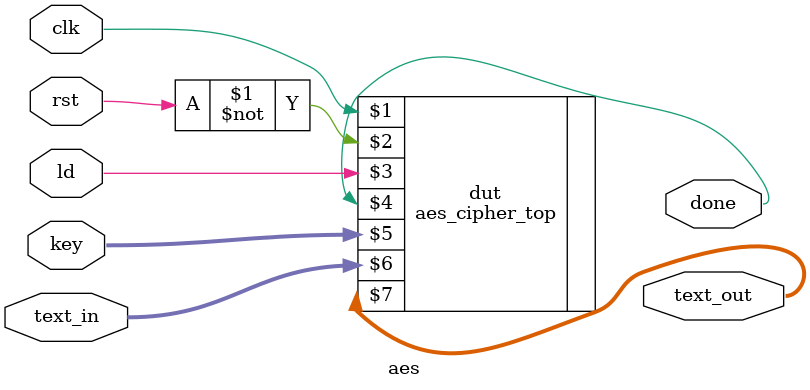
<source format=sv>

module aes(clk, rst, ld, done, key, text_in, text_out);

input clk, rst, ld;
input [127:0] key, text_in;
output logic [127:0] text_out;
output logic done;

aes_cipher_top dut (clk, ~rst, ld, done, key, text_in, text_out);

endmodule

</source>
